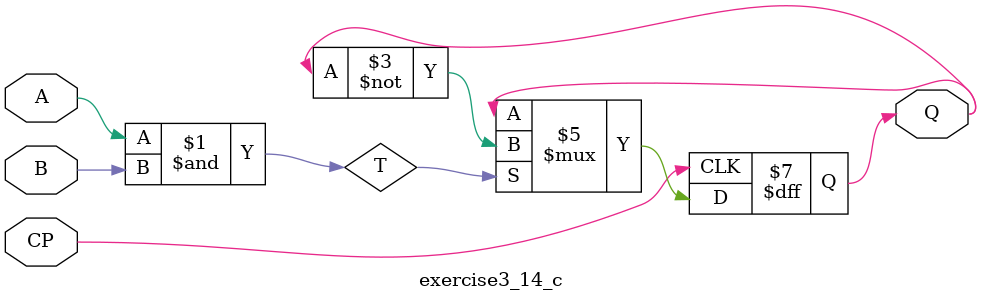
<source format=v>
module exercise3_14_c(
    input wire CP,
    input wire A,
    input wire B,
    output reg Q
);

    wire T;
    assign T = A & B;

    always @(posedge CP) begin
        if (T)
            Q <= ~Q;
        else
            Q <= Q;
    end

endmodule
</source>
